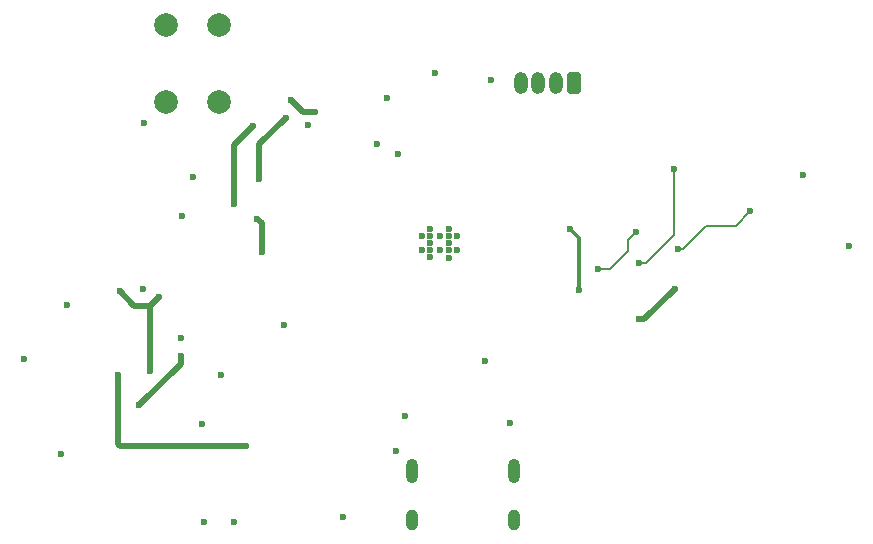
<source format=gbr>
%TF.GenerationSoftware,KiCad,Pcbnew,9.0.2*%
%TF.CreationDate,2025-08-15T11:16:16-05:00*%
%TF.ProjectId,ESP_32_sens,4553505f-3332-45f7-9365-6e732e6b6963,rev?*%
%TF.SameCoordinates,Original*%
%TF.FileFunction,Copper,L4,Bot*%
%TF.FilePolarity,Positive*%
%FSLAX46Y46*%
G04 Gerber Fmt 4.6, Leading zero omitted, Abs format (unit mm)*
G04 Created by KiCad (PCBNEW 9.0.2) date 2025-08-15 11:16:16*
%MOMM*%
%LPD*%
G01*
G04 APERTURE LIST*
G04 Aperture macros list*
%AMRoundRect*
0 Rectangle with rounded corners*
0 $1 Rounding radius*
0 $2 $3 $4 $5 $6 $7 $8 $9 X,Y pos of 4 corners*
0 Add a 4 corners polygon primitive as box body*
4,1,4,$2,$3,$4,$5,$6,$7,$8,$9,$2,$3,0*
0 Add four circle primitives for the rounded corners*
1,1,$1+$1,$2,$3*
1,1,$1+$1,$4,$5*
1,1,$1+$1,$6,$7*
1,1,$1+$1,$8,$9*
0 Add four rect primitives between the rounded corners*
20,1,$1+$1,$2,$3,$4,$5,0*
20,1,$1+$1,$4,$5,$6,$7,0*
20,1,$1+$1,$6,$7,$8,$9,0*
20,1,$1+$1,$8,$9,$2,$3,0*%
G04 Aperture macros list end*
%TA.AperFunction,ComponentPad*%
%ADD10C,2.000000*%
%TD*%
%TA.AperFunction,ComponentPad*%
%ADD11RoundRect,0.250000X0.335000X0.685000X-0.335000X0.685000X-0.335000X-0.685000X0.335000X-0.685000X0*%
%TD*%
%TA.AperFunction,ComponentPad*%
%ADD12O,1.170000X1.870000*%
%TD*%
%TA.AperFunction,HeatsinkPad*%
%ADD13O,1.000000X2.100000*%
%TD*%
%TA.AperFunction,HeatsinkPad*%
%ADD14O,1.000000X1.800000*%
%TD*%
%TA.AperFunction,ViaPad*%
%ADD15C,0.600000*%
%TD*%
%TA.AperFunction,Conductor*%
%ADD16C,0.500000*%
%TD*%
%TA.AperFunction,Conductor*%
%ADD17C,0.350000*%
%TD*%
%TA.AperFunction,Conductor*%
%ADD18C,0.200000*%
%TD*%
G04 APERTURE END LIST*
D10*
%TO.P,SW1,1,1*%
%TO.N,/MCU/Chip_pu*%
X118650000Y-79250000D03*
X118650000Y-85750000D03*
%TO.P,SW1,2,2*%
%TO.N,GND*%
X114150000Y-79250000D03*
X114150000Y-85750000D03*
%TD*%
D11*
%TO.P,J4,1,Pin_1*%
%TO.N,+3.3V*%
X148660000Y-84150000D03*
D12*
%TO.P,J4,2,Pin_2*%
%TO.N,UART_TX*%
X147160000Y-84150000D03*
%TO.P,J4,3,Pin_3*%
%TO.N,UART_RX*%
X145660000Y-84150000D03*
%TO.P,J4,4,Pin_4*%
%TO.N,GND*%
X144160000Y-84150000D03*
%TD*%
D13*
%TO.P,J3,S1,SHIELD*%
%TO.N,unconnected-(J3-SHIELD-PadS1)*%
X134930000Y-117015000D03*
D14*
%TO.N,unconnected-(J3-SHIELD-PadS1)_2*%
X134930000Y-121215000D03*
D13*
%TO.N,unconnected-(J3-SHIELD-PadS1)_1*%
X143570000Y-117015000D03*
D14*
%TO.N,unconnected-(J3-SHIELD-PadS1)_3*%
X143570000Y-121215000D03*
%TD*%
D15*
%TO.N,+3.3VA*%
X112820000Y-108570000D03*
X113530000Y-102330000D03*
X122030000Y-92330000D03*
X110230000Y-101820000D03*
X124270000Y-87110000D03*
%TO.N,GND*%
X138100000Y-99000000D03*
X118830000Y-108870000D03*
X105790000Y-102990000D03*
X133810000Y-90170000D03*
X112310000Y-87590000D03*
X132020000Y-89320000D03*
X138800000Y-98300000D03*
X138800000Y-97100000D03*
X137300000Y-98300000D03*
X136500000Y-98300000D03*
X168100000Y-91980000D03*
X136500000Y-97100000D03*
X133570000Y-115300000D03*
X116440000Y-92130000D03*
X136500000Y-97700000D03*
X102140000Y-107550000D03*
X136500000Y-98900000D03*
X171920000Y-98020000D03*
X137300000Y-97100000D03*
X135800000Y-98300000D03*
X119850000Y-121360000D03*
X138100000Y-97100000D03*
X115440000Y-105750000D03*
X136870000Y-83300000D03*
X105250000Y-115590000D03*
X141180000Y-107750000D03*
X138100000Y-98300000D03*
X117160000Y-113050000D03*
X136500000Y-96500000D03*
X141690000Y-83920000D03*
X135800000Y-97100000D03*
X138100000Y-96500000D03*
X132860000Y-85450000D03*
X143290000Y-112975000D03*
X112210000Y-101620000D03*
X124140000Y-104700000D03*
X115460000Y-95480000D03*
X134410000Y-112340000D03*
X138100000Y-97700000D03*
X126170000Y-87750000D03*
X129130000Y-120920000D03*
X117330000Y-121360000D03*
%TO.N,+3.3V*%
X111890000Y-111460000D03*
X119930000Y-94410000D03*
X115390000Y-107330000D03*
X121540000Y-87820000D03*
X126760000Y-86670000D03*
X122280000Y-98460000D03*
X121880000Y-95660000D03*
X124704669Y-85614669D03*
%TO.N,VDD_SPI*%
X157220000Y-101580000D03*
X154140000Y-104170000D03*
%TO.N,/PSU/BUCK_FB*%
X120900000Y-114950000D03*
X110110000Y-108930000D03*
%TO.N,SPIQ*%
X149140000Y-101690000D03*
X148320000Y-96510000D03*
%TO.N,SPIWP*%
X157140000Y-91480000D03*
X154210000Y-99430000D03*
%TO.N,Net-(U1-SPIHD)*%
X150680000Y-99900000D03*
X153950000Y-96760000D03*
%TO.N,SPICS0*%
X157490000Y-98240000D03*
X163610000Y-95050000D03*
%TD*%
D16*
%TO.N,+3.3VA*%
X112820000Y-108570000D02*
X112820000Y-103040000D01*
X112820000Y-103040000D02*
X113530000Y-102330000D01*
X112820000Y-103040000D02*
X111450000Y-103040000D01*
X122030000Y-89350000D02*
X124270000Y-87110000D01*
X111450000Y-103040000D02*
X110230000Y-101820000D01*
X122030000Y-92330000D02*
X122030000Y-89350000D01*
%TO.N,+3.3V*%
X125760000Y-86670000D02*
X124704669Y-85614669D01*
X122280000Y-98460000D02*
X122280000Y-96060000D01*
X119930000Y-89430000D02*
X121540000Y-87820000D01*
X115390000Y-107960000D02*
X111890000Y-111460000D01*
X115390000Y-107330000D02*
X115390000Y-107960000D01*
X119930000Y-94410000D02*
X119930000Y-89430000D01*
X122280000Y-96060000D02*
X121880000Y-95660000D01*
X126760000Y-86670000D02*
X125760000Y-86670000D01*
%TO.N,VDD_SPI*%
X157220000Y-101580000D02*
X154630000Y-104170000D01*
X154630000Y-104170000D02*
X154140000Y-104170000D01*
%TO.N,/PSU/BUCK_FB*%
X110330000Y-114950000D02*
X120900000Y-114950000D01*
X110110000Y-114730000D02*
X110180000Y-114800000D01*
X110180000Y-114800000D02*
X110330000Y-114950000D01*
X110110000Y-108930000D02*
X110110000Y-114730000D01*
D17*
%TO.N,SPIQ*%
X148320000Y-96510000D02*
X149140000Y-97330000D01*
X149140000Y-97330000D02*
X149140000Y-101690000D01*
D18*
%TO.N,SPIWP*%
X154800000Y-99430000D02*
X157140000Y-97090000D01*
X157140000Y-97090000D02*
X157140000Y-91480000D01*
X154210000Y-99430000D02*
X154800000Y-99430000D01*
%TO.N,Net-(U1-SPIHD)*%
X153230000Y-98410000D02*
X153230000Y-97480000D01*
X150680000Y-99900000D02*
X151740000Y-99900000D01*
X151740000Y-99900000D02*
X153230000Y-98410000D01*
X153230000Y-97480000D02*
X153950000Y-96760000D01*
%TO.N,SPICS0*%
X163610000Y-95050000D02*
X162389620Y-96270380D01*
X157910000Y-98240000D02*
X157490000Y-98240000D01*
X162389620Y-96270380D02*
X159879620Y-96270380D01*
X159879620Y-96270380D02*
X157910000Y-98240000D01*
%TD*%
M02*

</source>
